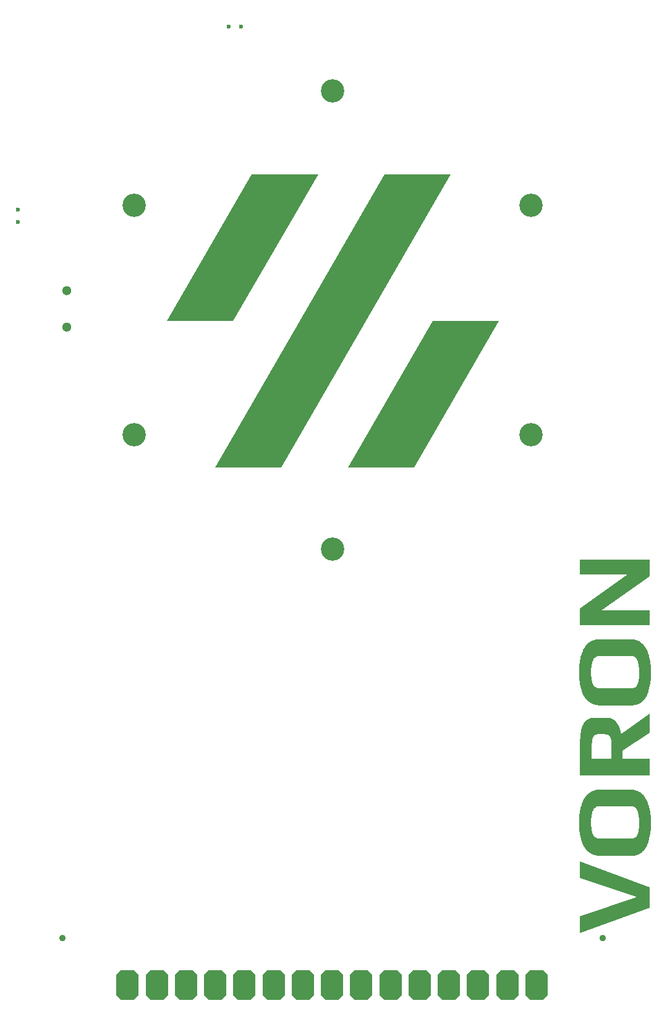
<source format=gbr>
%TF.GenerationSoftware,KiCad,Pcbnew,(7.0.0-0)*%
%TF.CreationDate,2023-03-26T20:27:34-07:00*%
%TF.ProjectId,voron_badge,766f726f-6e5f-4626-9164-67652e6b6963,rev?*%
%TF.SameCoordinates,Original*%
%TF.FileFunction,Soldermask,Top*%
%TF.FilePolarity,Negative*%
%FSLAX46Y46*%
G04 Gerber Fmt 4.6, Leading zero omitted, Abs format (unit mm)*
G04 Created by KiCad (PCBNEW (7.0.0-0)) date 2023-03-26 20:27:34*
%MOMM*%
%LPD*%
G01*
G04 APERTURE LIST*
G04 Aperture macros list*
%AMOutline5P*
0 Free polygon, 5 corners , with rotation*
0 The origin of the aperture is its center*
0 number of corners: always 5*
0 $1 to $10 corner X, Y*
0 $11 Rotation angle, in degrees counterclockwise*
0 create outline with 5 corners*
4,1,5,$1,$2,$3,$4,$5,$6,$7,$8,$9,$10,$1,$2,$11*%
%AMOutline6P*
0 Free polygon, 6 corners , with rotation*
0 The origin of the aperture is its center*
0 number of corners: always 6*
0 $1 to $12 corner X, Y*
0 $13 Rotation angle, in degrees counterclockwise*
0 create outline with 6 corners*
4,1,6,$1,$2,$3,$4,$5,$6,$7,$8,$9,$10,$11,$12,$1,$2,$13*%
%AMOutline7P*
0 Free polygon, 7 corners , with rotation*
0 The origin of the aperture is its center*
0 number of corners: always 7*
0 $1 to $14 corner X, Y*
0 $15 Rotation angle, in degrees counterclockwise*
0 create outline with 7 corners*
4,1,7,$1,$2,$3,$4,$5,$6,$7,$8,$9,$10,$11,$12,$13,$14,$1,$2,$15*%
%AMOutline8P*
0 Free polygon, 8 corners , with rotation*
0 The origin of the aperture is its center*
0 number of corners: always 8*
0 $1 to $16 corner X, Y*
0 $17 Rotation angle, in degrees counterclockwise*
0 create outline with 8 corners*
4,1,8,$1,$2,$3,$4,$5,$6,$7,$8,$9,$10,$11,$12,$13,$14,$15,$16,$1,$2,$17*%
G04 Aperture macros list end*
%ADD10C,0.000000*%
%ADD11C,3.200000*%
%ADD12Outline8P,-1.500000X1.400000X-0.900000X2.000000X0.900000X2.000000X1.500000X1.400000X1.500000X-1.400000X0.900000X-2.000000X-0.900000X-2.000000X-1.500000X-1.400000X0.000000*%
%ADD13C,1.300000*%
%ADD14C,0.600000*%
%ADD15C,0.900000*%
G04 APERTURE END LIST*
D10*
G36*
X172644254Y-85947471D02*
G01*
X163577865Y-85947471D01*
X175148974Y-65874425D01*
X184250635Y-65874425D01*
X172644254Y-85947471D01*
G37*
G36*
X204923411Y-143414961D02*
G01*
X204923411Y-146237185D01*
X195363136Y-149694399D01*
X195363136Y-147366061D01*
X203018412Y-144790795D01*
X203018412Y-144720228D01*
X195363136Y-142144962D01*
X195363136Y-139887181D01*
X204923411Y-143414961D01*
G37*
G36*
X195257360Y-113958018D02*
G01*
X196880083Y-113958018D01*
X196884975Y-114239139D01*
X196899376Y-114500415D01*
X196910013Y-114623612D01*
X196922872Y-114741848D01*
X196937901Y-114855122D01*
X196955049Y-114963436D01*
X196974265Y-115066789D01*
X196995495Y-115165182D01*
X197018690Y-115258613D01*
X197043796Y-115347083D01*
X197070763Y-115430593D01*
X197099539Y-115509142D01*
X197130071Y-115582730D01*
X197162309Y-115651357D01*
X197179260Y-115683913D01*
X197197044Y-115715435D01*
X197215668Y-115745924D01*
X197235138Y-115775379D01*
X197255460Y-115803801D01*
X197276642Y-115831189D01*
X197298690Y-115857544D01*
X197321609Y-115882865D01*
X197345407Y-115907153D01*
X197370090Y-115930407D01*
X197395664Y-115952628D01*
X197422137Y-115973815D01*
X197449513Y-115993969D01*
X197477801Y-116013089D01*
X197507005Y-116031176D01*
X197537134Y-116048229D01*
X197568192Y-116064249D01*
X197600188Y-116079235D01*
X197633126Y-116093188D01*
X197667014Y-116106107D01*
X197701858Y-116117993D01*
X197737664Y-116128845D01*
X197774440Y-116138663D01*
X197812190Y-116147448D01*
X197850923Y-116155200D01*
X197890644Y-116161918D01*
X197931360Y-116167602D01*
X197973077Y-116172253D01*
X198015802Y-116175871D01*
X198059541Y-116178455D01*
X198150087Y-116180522D01*
X202348135Y-116180522D01*
X202394015Y-116179703D01*
X202439018Y-116177283D01*
X202483090Y-116173312D01*
X202526180Y-116167842D01*
X202568236Y-116160925D01*
X202609207Y-116152613D01*
X202649042Y-116142958D01*
X202687687Y-116132010D01*
X202725092Y-116119822D01*
X202761205Y-116106446D01*
X202795975Y-116091934D01*
X202829349Y-116076336D01*
X202861275Y-116059705D01*
X202891703Y-116042093D01*
X202920581Y-116023550D01*
X202947856Y-116004130D01*
X202980111Y-115977249D01*
X203010764Y-115949490D01*
X203039867Y-115920801D01*
X203067471Y-115891131D01*
X203093629Y-115860427D01*
X203118391Y-115828637D01*
X203141809Y-115795711D01*
X203163935Y-115761597D01*
X203184822Y-115726242D01*
X203204519Y-115689595D01*
X203223080Y-115651604D01*
X203240555Y-115612219D01*
X203256997Y-115571386D01*
X203272458Y-115529054D01*
X203286987Y-115485172D01*
X203300639Y-115439687D01*
X203325513Y-115348667D01*
X203347493Y-115260541D01*
X203366992Y-115174896D01*
X203384424Y-115091319D01*
X203400201Y-115009395D01*
X203414738Y-114928712D01*
X203441742Y-114769409D01*
X203447954Y-114728903D01*
X203453390Y-114686795D01*
X203462143Y-114597981D01*
X203468415Y-114503378D01*
X203472619Y-114403402D01*
X203475169Y-114298465D01*
X203476479Y-114188980D01*
X203477030Y-113958018D01*
X203465314Y-113829036D01*
X203456078Y-113706666D01*
X203441743Y-113481770D01*
X203434990Y-113379243D01*
X203427410Y-113283331D01*
X203418177Y-113194033D01*
X203406464Y-113111349D01*
X203379455Y-112947091D01*
X203364918Y-112862067D01*
X203349141Y-112776215D01*
X203331711Y-112690364D01*
X203312213Y-112605340D01*
X203290234Y-112521970D01*
X203278185Y-112481164D01*
X203265361Y-112441082D01*
X203251709Y-112395606D01*
X203237179Y-112351783D01*
X203221719Y-112309615D01*
X203205277Y-112269100D01*
X203187802Y-112230239D01*
X203169241Y-112193031D01*
X203149543Y-112157477D01*
X203128657Y-112123577D01*
X203106531Y-112091330D01*
X203083112Y-112060737D01*
X203058350Y-112031798D01*
X203032193Y-112004513D01*
X203004589Y-111978881D01*
X202975486Y-111954902D01*
X202944833Y-111932578D01*
X202912577Y-111911907D01*
X202879489Y-111892487D01*
X202846296Y-111873945D01*
X202812897Y-111856333D01*
X202779187Y-111839703D01*
X202745064Y-111824106D01*
X202710424Y-111809594D01*
X202675163Y-111796219D01*
X202639179Y-111784032D01*
X202602368Y-111773085D01*
X202564627Y-111763431D01*
X202525852Y-111755120D01*
X202485940Y-111748204D01*
X202444788Y-111742734D01*
X202402292Y-111738764D01*
X202358349Y-111736344D01*
X202312856Y-111735526D01*
X198114808Y-111735526D01*
X198030472Y-111737593D01*
X197949443Y-111743793D01*
X197871722Y-111754128D01*
X197797307Y-111768597D01*
X197726201Y-111787200D01*
X197658401Y-111809938D01*
X197593909Y-111836809D01*
X197532724Y-111867814D01*
X197474846Y-111902954D01*
X197420276Y-111942227D01*
X197369013Y-111985635D01*
X197321058Y-112033178D01*
X197276410Y-112084854D01*
X197235069Y-112140665D01*
X197197035Y-112200610D01*
X197162309Y-112264690D01*
X197130071Y-112333316D01*
X197099539Y-112406902D01*
X197070763Y-112485450D01*
X197043796Y-112568959D01*
X197018690Y-112657429D01*
X196995495Y-112750861D01*
X196974265Y-112849253D01*
X196955049Y-112952606D01*
X196937901Y-113060920D01*
X196922872Y-113174194D01*
X196910013Y-113292430D01*
X196899376Y-113415626D01*
X196891013Y-113543783D01*
X196884975Y-113676901D01*
X196881314Y-113814980D01*
X196880083Y-113958018D01*
X195257360Y-113958018D01*
X195257852Y-113662574D01*
X195261711Y-113358302D01*
X195265914Y-113216089D01*
X195272184Y-113080489D01*
X195280935Y-112951504D01*
X195292579Y-112829133D01*
X195307464Y-112706833D01*
X195325655Y-112578332D01*
X195347152Y-112444042D01*
X195371957Y-112304378D01*
X195400069Y-112159753D01*
X195431488Y-112010580D01*
X195466215Y-111857274D01*
X195504249Y-111700247D01*
X195558750Y-111531577D01*
X195616144Y-111369521D01*
X195676020Y-111214079D01*
X195737963Y-111065252D01*
X195801559Y-110923039D01*
X195866396Y-110787440D01*
X195932059Y-110658454D01*
X195998135Y-110536083D01*
X196038254Y-110477369D01*
X196079303Y-110420257D01*
X196121385Y-110364696D01*
X196164604Y-110310633D01*
X196209063Y-110258017D01*
X196254866Y-110206797D01*
X196302115Y-110156920D01*
X196350915Y-110108335D01*
X196401369Y-110060991D01*
X196453579Y-110014835D01*
X196507650Y-109969816D01*
X196563684Y-109925883D01*
X196621786Y-109882984D01*
X196682058Y-109841066D01*
X196744603Y-109800079D01*
X196809526Y-109759971D01*
X196876895Y-109721523D01*
X196946641Y-109685556D01*
X197018661Y-109652070D01*
X197092851Y-109621064D01*
X197169109Y-109592539D01*
X197247330Y-109566494D01*
X197327411Y-109542930D01*
X197409249Y-109521847D01*
X197492741Y-109503244D01*
X197577783Y-109487122D01*
X197664272Y-109473480D01*
X197752105Y-109462318D01*
X197841178Y-109453637D01*
X197931387Y-109447437D01*
X198022630Y-109443716D01*
X198114803Y-109442476D01*
X202312856Y-109442476D01*
X202411248Y-109444130D01*
X202507986Y-109449090D01*
X202603070Y-109457359D01*
X202696500Y-109468934D01*
X202788277Y-109483816D01*
X202878400Y-109502006D01*
X202966870Y-109523503D01*
X203053686Y-109548308D01*
X203138848Y-109576419D01*
X203222356Y-109607838D01*
X203304211Y-109642565D01*
X203384412Y-109680598D01*
X203462960Y-109721939D01*
X203539853Y-109766587D01*
X203615093Y-109814543D01*
X203688680Y-109865806D01*
X203760210Y-109919963D01*
X203829310Y-109976601D01*
X203896034Y-110035719D01*
X203960432Y-110097318D01*
X204022555Y-110161397D01*
X204082457Y-110227956D01*
X204140188Y-110296995D01*
X204195801Y-110368515D01*
X204249346Y-110442515D01*
X204300876Y-110518996D01*
X204350442Y-110597957D01*
X204398096Y-110679399D01*
X204443890Y-110763321D01*
X204487876Y-110849723D01*
X204530104Y-110938606D01*
X204570628Y-111029969D01*
X204634707Y-111196575D01*
X204694652Y-111365661D01*
X204750463Y-111537227D01*
X204802140Y-111711274D01*
X204849682Y-111887801D01*
X204893090Y-112066809D01*
X204932364Y-112248297D01*
X204967503Y-112432266D01*
X204998509Y-112618715D01*
X205025380Y-112807644D01*
X205048117Y-112999054D01*
X205066720Y-113192944D01*
X205081189Y-113389314D01*
X205091524Y-113588165D01*
X205097725Y-113789496D01*
X205099792Y-113993307D01*
X205098142Y-114178377D01*
X205093183Y-114362619D01*
X205084917Y-114545209D01*
X205073342Y-114725318D01*
X205058460Y-114902120D01*
X205040270Y-115074789D01*
X205018772Y-115242498D01*
X204993967Y-115404419D01*
X204965786Y-115576463D01*
X204933884Y-115748922D01*
X204897848Y-115922209D01*
X204857264Y-116096737D01*
X204811719Y-116272919D01*
X204760800Y-116451168D01*
X204704093Y-116631898D01*
X204641184Y-116815521D01*
X204606872Y-116913105D01*
X204570080Y-117007484D01*
X204530806Y-117098763D01*
X204489052Y-117187044D01*
X204444818Y-117272431D01*
X204398103Y-117355027D01*
X204348907Y-117434936D01*
X204297231Y-117512261D01*
X204243074Y-117587106D01*
X204186437Y-117659573D01*
X204127319Y-117729766D01*
X204065721Y-117797789D01*
X204001643Y-117863744D01*
X203935084Y-117927736D01*
X203866044Y-117989867D01*
X203794525Y-118050242D01*
X203720534Y-118107715D01*
X203644113Y-118161106D01*
X203565316Y-118210466D01*
X203484192Y-118255846D01*
X203400795Y-118297299D01*
X203315175Y-118334876D01*
X203227385Y-118368629D01*
X203137477Y-118398610D01*
X203045501Y-118424870D01*
X202951510Y-118447460D01*
X202855555Y-118466433D01*
X202757688Y-118481841D01*
X202657961Y-118493735D01*
X202556425Y-118502166D01*
X202453132Y-118507187D01*
X202348135Y-118508849D01*
X198150082Y-118508849D01*
X198064505Y-118507609D01*
X197979756Y-118503889D01*
X197895833Y-118497688D01*
X197812737Y-118489007D01*
X197730468Y-118477845D01*
X197649026Y-118464204D01*
X197568411Y-118448081D01*
X197488623Y-118429478D01*
X197409661Y-118408395D01*
X197331526Y-118384831D01*
X197254218Y-118358787D01*
X197177737Y-118330262D01*
X197102082Y-118299256D01*
X197027254Y-118265770D01*
X196953253Y-118229803D01*
X196880078Y-118191355D01*
X196808549Y-118150849D01*
X196739449Y-118108741D01*
X196672726Y-118065083D01*
X196608329Y-118019926D01*
X196546206Y-117973323D01*
X196486304Y-117925324D01*
X196428574Y-117875982D01*
X196372962Y-117825349D01*
X196319416Y-117773475D01*
X196267887Y-117720413D01*
X196218321Y-117666213D01*
X196170666Y-117610929D01*
X196124873Y-117554611D01*
X196080887Y-117497312D01*
X196038659Y-117439082D01*
X195998135Y-117379974D01*
X195932128Y-117269319D01*
X195866947Y-117149568D01*
X195803419Y-117021549D01*
X195772534Y-116954696D01*
X195742372Y-116886087D01*
X195713037Y-116815823D01*
X195684632Y-116744009D01*
X195657260Y-116670749D01*
X195631025Y-116596144D01*
X195606031Y-116520299D01*
X195582380Y-116443317D01*
X195560176Y-116365302D01*
X195539522Y-116286357D01*
X195489845Y-116127743D01*
X195446368Y-115969957D01*
X195408678Y-115813827D01*
X195376363Y-115660177D01*
X195349008Y-115509834D01*
X195326202Y-115363625D01*
X195307530Y-115222377D01*
X195292579Y-115086914D01*
X195280935Y-114954555D01*
X195272184Y-114821782D01*
X195265914Y-114688181D01*
X195261711Y-114553340D01*
X195257852Y-114278284D01*
X195257301Y-113993307D01*
X195257360Y-113958018D01*
G37*
G36*
X204923411Y-100869963D02*
G01*
X198291190Y-105491356D01*
X204923411Y-105491356D01*
X204923411Y-107537468D01*
X195363136Y-107537468D01*
X195363136Y-105209129D01*
X201889517Y-100587742D01*
X195363136Y-100587742D01*
X195363136Y-98541630D01*
X204923411Y-98541630D01*
X204923411Y-100869963D01*
G37*
G36*
X195363136Y-123835783D02*
G01*
X195369819Y-123376001D01*
X195390145Y-122948878D01*
X195424527Y-122554001D01*
X195447118Y-122368526D01*
X195473378Y-122190957D01*
X195503359Y-122021243D01*
X195537112Y-121859333D01*
X195574690Y-121705174D01*
X195616143Y-121558715D01*
X195661524Y-121419905D01*
X195710884Y-121288691D01*
X195764275Y-121165022D01*
X195821749Y-121048847D01*
X195852033Y-120996757D01*
X195883363Y-120946321D01*
X195915753Y-120897539D01*
X195949216Y-120850410D01*
X195983763Y-120804935D01*
X196019409Y-120761113D01*
X196056166Y-120718945D01*
X196094046Y-120678431D01*
X196133064Y-120639570D01*
X196173231Y-120602363D01*
X196214562Y-120566809D01*
X196257067Y-120532910D01*
X196300762Y-120500663D01*
X196345658Y-120470071D01*
X196391768Y-120441132D01*
X196439106Y-120413846D01*
X196487684Y-120388215D01*
X196537515Y-120364237D01*
X196588612Y-120341912D01*
X196640988Y-120321242D01*
X196694656Y-120302225D01*
X196749629Y-120284861D01*
X196805919Y-120269151D01*
X196863541Y-120255095D01*
X196922505Y-120242693D01*
X196982827Y-120231944D01*
X197044517Y-120222849D01*
X197107590Y-120215407D01*
X197172059Y-120209619D01*
X197237935Y-120205485D01*
X197373964Y-120202178D01*
X199067302Y-120202178D01*
X199171491Y-120204650D01*
X199272423Y-120212031D01*
X199370152Y-120224270D01*
X199464728Y-120241315D01*
X199556204Y-120263114D01*
X199644630Y-120289616D01*
X199730060Y-120320768D01*
X199812544Y-120356521D01*
X199892134Y-120396820D01*
X199968882Y-120441616D01*
X200042839Y-120490855D01*
X200114058Y-120544488D01*
X200182589Y-120602461D01*
X200248484Y-120664723D01*
X200311795Y-120731223D01*
X200372575Y-120801909D01*
X200430857Y-120876324D01*
X200486607Y-120954046D01*
X200539774Y-121035076D01*
X200590305Y-121119412D01*
X200638149Y-121207056D01*
X200683254Y-121298006D01*
X200725568Y-121392264D01*
X200765041Y-121489829D01*
X200801619Y-121590701D01*
X200835252Y-121694880D01*
X200865887Y-121802366D01*
X200893474Y-121913159D01*
X200917960Y-122027259D01*
X200939293Y-122144667D01*
X200957422Y-122265381D01*
X200972296Y-122389403D01*
X204923411Y-119602467D01*
X204923411Y-122248300D01*
X201148687Y-124753019D01*
X201148687Y-125811358D01*
X204923411Y-125811358D01*
X204923411Y-128104408D01*
X195363136Y-128104408D01*
X195363136Y-125846637D01*
X195363136Y-123871082D01*
X196985908Y-123871082D01*
X196985908Y-125846637D01*
X199631740Y-125846637D01*
X199631740Y-123835803D01*
X199667024Y-123835803D01*
X199663716Y-123644116D01*
X199659582Y-123553492D01*
X199653794Y-123466485D01*
X199646353Y-123383199D01*
X199637258Y-123303738D01*
X199626509Y-123228204D01*
X199614106Y-123156701D01*
X199600050Y-123089332D01*
X199584340Y-123026201D01*
X199566977Y-122967410D01*
X199547959Y-122913064D01*
X199527288Y-122863265D01*
X199504964Y-122818116D01*
X199480986Y-122777722D01*
X199455354Y-122742186D01*
X199441711Y-122722753D01*
X199427242Y-122704134D01*
X199411946Y-122686317D01*
X199395823Y-122669287D01*
X199378874Y-122653033D01*
X199361097Y-122637540D01*
X199342493Y-122622798D01*
X199323063Y-122608791D01*
X199302806Y-122595508D01*
X199281722Y-122582936D01*
X199259811Y-122571062D01*
X199237074Y-122559872D01*
X199213509Y-122549354D01*
X199189118Y-122539495D01*
X199163900Y-122530282D01*
X199137855Y-122521701D01*
X199083284Y-122506389D01*
X199025407Y-122493453D01*
X198964222Y-122482791D01*
X198899730Y-122474300D01*
X198831930Y-122467875D01*
X198760824Y-122463414D01*
X198686410Y-122460813D01*
X198608690Y-122459969D01*
X197938412Y-122459969D01*
X197873506Y-122461210D01*
X197811081Y-122464930D01*
X197751136Y-122471131D01*
X197693672Y-122479812D01*
X197638689Y-122490973D01*
X197586185Y-122504615D01*
X197536163Y-122520738D01*
X197488620Y-122539341D01*
X197443558Y-122560424D01*
X197400977Y-122583988D01*
X197360876Y-122610032D01*
X197323256Y-122638557D01*
X197288115Y-122669563D01*
X197255456Y-122703049D01*
X197225276Y-122739016D01*
X197197577Y-122777464D01*
X197171946Y-122818814D01*
X197147969Y-122863523D01*
X197125645Y-122911643D01*
X197104974Y-122963225D01*
X197085957Y-123018321D01*
X197068593Y-123076982D01*
X197052883Y-123139261D01*
X197038827Y-123205209D01*
X197026424Y-123274877D01*
X197015675Y-123348318D01*
X197006579Y-123425583D01*
X196999138Y-123506724D01*
X196993350Y-123591793D01*
X196989215Y-123680841D01*
X196986734Y-123773920D01*
X196985908Y-123871082D01*
X195363136Y-123871082D01*
X195363136Y-123835783D01*
G37*
G36*
X195257418Y-134524959D02*
G01*
X196880083Y-134524959D01*
X196884975Y-134806076D01*
X196899376Y-135067349D01*
X196910013Y-135190545D01*
X196922872Y-135308780D01*
X196937901Y-135422054D01*
X196955049Y-135530368D01*
X196974265Y-135633720D01*
X196995495Y-135732112D01*
X197018690Y-135825543D01*
X197043796Y-135914014D01*
X197070763Y-135997523D01*
X197099539Y-136076072D01*
X197130071Y-136149660D01*
X197162309Y-136218287D01*
X197179260Y-136250843D01*
X197197044Y-136282365D01*
X197215668Y-136312854D01*
X197235138Y-136342309D01*
X197255460Y-136370731D01*
X197276642Y-136398119D01*
X197298690Y-136424474D01*
X197321609Y-136449795D01*
X197345407Y-136474083D01*
X197370090Y-136497337D01*
X197395664Y-136519558D01*
X197422137Y-136540745D01*
X197449513Y-136560899D01*
X197477801Y-136580019D01*
X197507005Y-136598106D01*
X197537134Y-136615159D01*
X197568192Y-136631179D01*
X197600188Y-136646165D01*
X197633126Y-136660118D01*
X197667014Y-136673037D01*
X197701858Y-136684923D01*
X197737664Y-136695775D01*
X197774440Y-136705593D01*
X197812190Y-136714378D01*
X197850923Y-136722130D01*
X197890644Y-136728848D01*
X197931360Y-136734532D01*
X197973077Y-136739183D01*
X198015802Y-136742801D01*
X198059541Y-136745385D01*
X198150087Y-136747452D01*
X202348135Y-136747452D01*
X202394015Y-136746633D01*
X202439018Y-136744213D01*
X202483090Y-136740243D01*
X202526180Y-136734774D01*
X202568236Y-136727857D01*
X202609207Y-136719546D01*
X202649042Y-136709891D01*
X202687687Y-136698944D01*
X202725092Y-136686757D01*
X202761205Y-136673381D01*
X202795975Y-136658868D01*
X202829349Y-136643270D01*
X202861275Y-136626639D01*
X202891703Y-136609026D01*
X202920581Y-136590482D01*
X202947856Y-136571060D01*
X202980111Y-136544181D01*
X203010764Y-136516423D01*
X203039867Y-136487735D01*
X203067471Y-136458065D01*
X203093629Y-136427361D01*
X203118391Y-136395572D01*
X203141809Y-136362646D01*
X203163935Y-136328531D01*
X203184822Y-136293175D01*
X203204519Y-136256528D01*
X203223080Y-136218537D01*
X203240555Y-136179150D01*
X203256997Y-136138317D01*
X203272458Y-136095984D01*
X203286987Y-136052102D01*
X203300639Y-136006617D01*
X203325513Y-135915597D01*
X203347493Y-135827471D01*
X203366992Y-135741826D01*
X203384424Y-135658249D01*
X203400201Y-135576325D01*
X203414738Y-135495642D01*
X203441742Y-135336340D01*
X203447954Y-135295833D01*
X203453390Y-135253725D01*
X203462143Y-135164911D01*
X203468415Y-135070309D01*
X203472619Y-134970333D01*
X203475169Y-134865397D01*
X203476479Y-134755914D01*
X203477030Y-134524959D01*
X203465314Y-134397420D01*
X203456078Y-134278563D01*
X203441743Y-134061936D01*
X203427410Y-133865153D01*
X203418177Y-133771101D01*
X203406464Y-133678289D01*
X203379455Y-133514027D01*
X203364918Y-133429002D01*
X203349141Y-133343152D01*
X203331711Y-133257302D01*
X203312213Y-133172279D01*
X203290234Y-133088910D01*
X203278185Y-133048104D01*
X203265361Y-133008022D01*
X203251709Y-132968360D01*
X203237179Y-132928852D01*
X203221719Y-132889655D01*
X203205277Y-132850923D01*
X203187802Y-132812811D01*
X203169241Y-132775474D01*
X203149543Y-132739068D01*
X203128657Y-132703746D01*
X203106531Y-132669665D01*
X203083112Y-132636979D01*
X203058350Y-132605844D01*
X203032193Y-132576414D01*
X203004589Y-132548844D01*
X202975486Y-132523290D01*
X202944833Y-132499906D01*
X202912577Y-132478847D01*
X202879489Y-132459427D01*
X202846296Y-132440885D01*
X202812897Y-132423273D01*
X202779187Y-132406643D01*
X202745064Y-132391046D01*
X202710424Y-132376534D01*
X202675163Y-132363159D01*
X202639179Y-132350972D01*
X202602368Y-132340026D01*
X202564627Y-132330371D01*
X202525852Y-132322060D01*
X202485940Y-132315144D01*
X202444788Y-132309675D01*
X202402292Y-132305704D01*
X202358349Y-132303284D01*
X202312856Y-132302466D01*
X198114808Y-132302466D01*
X198030472Y-132304533D01*
X197949443Y-132310734D01*
X197871722Y-132321069D01*
X197797307Y-132335538D01*
X197726201Y-132354141D01*
X197658401Y-132376878D01*
X197593909Y-132403749D01*
X197532724Y-132434754D01*
X197474846Y-132469894D01*
X197420276Y-132509168D01*
X197369013Y-132552576D01*
X197321058Y-132600118D01*
X197276410Y-132651795D01*
X197235069Y-132707605D01*
X197197035Y-132767551D01*
X197162309Y-132831630D01*
X197130071Y-132900256D01*
X197099539Y-132973843D01*
X197070763Y-133052391D01*
X197043796Y-133135900D01*
X197018690Y-133224370D01*
X196995495Y-133317801D01*
X196974265Y-133416193D01*
X196955049Y-133519546D01*
X196937901Y-133627860D01*
X196922872Y-133741135D01*
X196910013Y-133859370D01*
X196899376Y-133982567D01*
X196891013Y-134110724D01*
X196884975Y-134243841D01*
X196881314Y-134381920D01*
X196880083Y-134524959D01*
X195257418Y-134524959D01*
X195257852Y-134264789D01*
X195261711Y-133960520D01*
X195265914Y-133818307D01*
X195272184Y-133682708D01*
X195280935Y-133553723D01*
X195292579Y-133431351D01*
X195307464Y-133309052D01*
X195325655Y-133180551D01*
X195347152Y-133046261D01*
X195371957Y-132906597D01*
X195400069Y-132761971D01*
X195431488Y-132612799D01*
X195466215Y-132459492D01*
X195504249Y-132302466D01*
X195558750Y-132133795D01*
X195616144Y-131971738D01*
X195676020Y-131816295D01*
X195737963Y-131667466D01*
X195801559Y-131525253D01*
X195866396Y-131389654D01*
X195932059Y-131260670D01*
X195998135Y-131138302D01*
X196038254Y-131079590D01*
X196079303Y-131022479D01*
X196121385Y-130966919D01*
X196164604Y-130912857D01*
X196209063Y-130860242D01*
X196254866Y-130809022D01*
X196302115Y-130759146D01*
X196350915Y-130710561D01*
X196401369Y-130663217D01*
X196453579Y-130617061D01*
X196507650Y-130572041D01*
X196563684Y-130528107D01*
X196621786Y-130485207D01*
X196682058Y-130443288D01*
X196744603Y-130402299D01*
X196809526Y-130362189D01*
X196876895Y-130323741D01*
X196946641Y-130287774D01*
X197018661Y-130254287D01*
X197092851Y-130223281D01*
X197169109Y-130194755D01*
X197247330Y-130168710D01*
X197327411Y-130145145D01*
X197409249Y-130124061D01*
X197492741Y-130105457D01*
X197577783Y-130089333D01*
X197664272Y-130075691D01*
X197752105Y-130064528D01*
X197841178Y-130055847D01*
X197931387Y-130049645D01*
X198022630Y-130045925D01*
X198114803Y-130044684D01*
X202312856Y-130044684D01*
X202411248Y-130046338D01*
X202507986Y-130051299D01*
X202603070Y-130059567D01*
X202696500Y-130071143D01*
X202788277Y-130086026D01*
X202878400Y-130104217D01*
X202966870Y-130125714D01*
X203053686Y-130150519D01*
X203138848Y-130178632D01*
X203222356Y-130210051D01*
X203304211Y-130244779D01*
X203384412Y-130282813D01*
X203462960Y-130324155D01*
X203539853Y-130368804D01*
X203615093Y-130416760D01*
X203688680Y-130468024D01*
X203760210Y-130522180D01*
X203829310Y-130578817D01*
X203896034Y-130637934D01*
X203960432Y-130699532D01*
X204022555Y-130763611D01*
X204082457Y-130830170D01*
X204140188Y-130899210D01*
X204195801Y-130970730D01*
X204249346Y-131044731D01*
X204300876Y-131121212D01*
X204350442Y-131200174D01*
X204398096Y-131281616D01*
X204443890Y-131365538D01*
X204487876Y-131451941D01*
X204530104Y-131540825D01*
X204570628Y-131632188D01*
X204634707Y-131798793D01*
X204694652Y-131967879D01*
X204750463Y-132139445D01*
X204802140Y-132313491D01*
X204849682Y-132490018D01*
X204893090Y-132669024D01*
X204932364Y-132850512D01*
X204967503Y-133034479D01*
X204998509Y-133220927D01*
X205025380Y-133409856D01*
X205048117Y-133601265D01*
X205066720Y-133795154D01*
X205081189Y-133991523D01*
X205091524Y-134190374D01*
X205097725Y-134391704D01*
X205099792Y-134595515D01*
X205098142Y-134769009D01*
X205093183Y-134944984D01*
X205084917Y-135122612D01*
X205073342Y-135301068D01*
X205058460Y-135479524D01*
X205040270Y-135657153D01*
X205018772Y-135833130D01*
X204993967Y-136006627D01*
X204965786Y-136178675D01*
X204933884Y-136351136D01*
X204897848Y-136524425D01*
X204857264Y-136698954D01*
X204811719Y-136875137D01*
X204760800Y-137053387D01*
X204704093Y-137234117D01*
X204641184Y-137417740D01*
X204606872Y-137515322D01*
X204570080Y-137609700D01*
X204530806Y-137700978D01*
X204489052Y-137789258D01*
X204444818Y-137874645D01*
X204398103Y-137957241D01*
X204348907Y-138037151D01*
X204297231Y-138114476D01*
X204243074Y-138189321D01*
X204186437Y-138261789D01*
X204127319Y-138331982D01*
X204065721Y-138400006D01*
X204001643Y-138465962D01*
X203935084Y-138529954D01*
X203866044Y-138592086D01*
X203794525Y-138652460D01*
X203720534Y-138709932D01*
X203644113Y-138763322D01*
X203565316Y-138812681D01*
X203484192Y-138858061D01*
X203400795Y-138899513D01*
X203315175Y-138937091D01*
X203227385Y-138970844D01*
X203137477Y-139000825D01*
X203045501Y-139027085D01*
X202951510Y-139049676D01*
X202855555Y-139068650D01*
X202757688Y-139084058D01*
X202657961Y-139095952D01*
X202556425Y-139104384D01*
X202453132Y-139109406D01*
X202348135Y-139111068D01*
X198150082Y-139111068D01*
X198064505Y-139109828D01*
X197979756Y-139106107D01*
X197895833Y-139099906D01*
X197812737Y-139091224D01*
X197730468Y-139080062D01*
X197649026Y-139066419D01*
X197568411Y-139050296D01*
X197488623Y-139031693D01*
X197409661Y-139010609D01*
X197331526Y-138987045D01*
X197254218Y-138961001D01*
X197177737Y-138932476D01*
X197102082Y-138901471D01*
X197027254Y-138867985D01*
X196953253Y-138832019D01*
X196880078Y-138793573D01*
X196808549Y-138753067D01*
X196739449Y-138710959D01*
X196672726Y-138667301D01*
X196608329Y-138622144D01*
X196546206Y-138575541D01*
X196486304Y-138527542D01*
X196428574Y-138478200D01*
X196372962Y-138427566D01*
X196319416Y-138375692D01*
X196267887Y-138322629D01*
X196218321Y-138268429D01*
X196170666Y-138213144D01*
X196124873Y-138156825D01*
X196080887Y-138099524D01*
X196038659Y-138041292D01*
X195998135Y-137982182D01*
X195932128Y-137871528D01*
X195866947Y-137751777D01*
X195803419Y-137623757D01*
X195772534Y-137556905D01*
X195742372Y-137488296D01*
X195713037Y-137418033D01*
X195684632Y-137346220D01*
X195657260Y-137272960D01*
X195631025Y-137198357D01*
X195606031Y-137122513D01*
X195582380Y-137045533D01*
X195560176Y-136967519D01*
X195539522Y-136888575D01*
X195489845Y-136729961D01*
X195446368Y-136572174D01*
X195408678Y-136416042D01*
X195376363Y-136262391D01*
X195349008Y-136112048D01*
X195326202Y-135965840D01*
X195307530Y-135824592D01*
X195292579Y-135689133D01*
X195280935Y-135556771D01*
X195272184Y-135423996D01*
X195265914Y-135290395D01*
X195261711Y-135155553D01*
X195257852Y-134880496D01*
X195257301Y-134595515D01*
X195257418Y-134524959D01*
G37*
G36*
X154476201Y-85947471D02*
G01*
X145374539Y-85947471D01*
X168552031Y-45801376D01*
X177653698Y-45801376D01*
X154476201Y-85947471D01*
G37*
G36*
X147879261Y-65874425D02*
G01*
X138777596Y-65874425D01*
X150383980Y-45801376D01*
X159485647Y-45801376D01*
X147879261Y-65874425D01*
G37*
D11*
%TO.C,REF\u002A\u002A*%
X188637944Y-81432733D03*
%TD*%
%TO.C,REF\u002A\u002A*%
X161468071Y-97119267D03*
%TD*%
%TO.C,REF\u002A\u002A*%
X188637944Y-50059666D03*
%TD*%
%TO.C,REF\u002A\u002A*%
X161468071Y-34373133D03*
%TD*%
D12*
%TO.C,J4*%
X133399999Y-156799999D03*
X137399999Y-156799999D03*
X141399999Y-156799999D03*
X145399999Y-156799999D03*
X149399999Y-156799999D03*
X153399999Y-156799999D03*
X157399999Y-156799999D03*
X161399999Y-156799999D03*
X165399999Y-156799999D03*
X169399999Y-156799999D03*
X173399999Y-156799999D03*
X177399999Y-156799999D03*
X181399999Y-156799999D03*
X185399999Y-156799999D03*
X189399999Y-156799999D03*
%TD*%
D11*
%TO.C,REF\u002A\u002A*%
X134298198Y-81432733D03*
%TD*%
%TO.C,REF\u002A\u002A*%
X134298198Y-50059666D03*
%TD*%
D13*
%TO.C,J1*%
X125030000Y-66700000D03*
X125030000Y-61700000D03*
%TD*%
D14*
%TO.C,SW1*%
X118400000Y-50600000D03*
X118400000Y-52300000D03*
%TD*%
D15*
%TO.C,H2*%
X124468071Y-150373133D03*
%TD*%
%TO.C,H1*%
X198468071Y-150373133D03*
%TD*%
D14*
%TO.C,SW2*%
X148925000Y-25550000D03*
X147225000Y-25550000D03*
%TD*%
M02*

</source>
